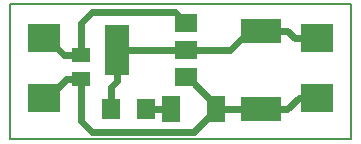
<source format=gbr>
%FSLAX34Y34*%
%MOMM*%
%LNCOPPER_TOP*%
G71*
G01*
%ADD10R, 1.900X1.500*%
%ADD11R, 2.100X4.200*%
%ADD12R, 3.500X2.000*%
%ADD13R, 1.500X1.200*%
%ADD14R, 2.800X2.400*%
%ADD15C, 0.600*%
%ADD16R, 1.500X1.800*%
%ADD17R, 1.600X2.200*%
%ADD18C, 0.200*%
%LPD*%
X149225Y104250D02*
G54D10*
D03*
X149325Y81250D02*
G54D10*
D03*
X149325Y58250D02*
G54D10*
D03*
X90625Y81150D02*
G54D11*
D03*
X212725Y97900D02*
G54D12*
D03*
X212725Y31225D02*
G54D12*
D03*
X60325Y56625D02*
G54D13*
D03*
X60325Y77225D02*
G54D13*
D03*
X28575Y91550D02*
G54D14*
D03*
X28575Y40750D02*
G54D14*
D03*
X260350Y91550D02*
G54D14*
D03*
X260350Y40750D02*
G54D14*
D03*
G54D15*
X60325Y77225D02*
X46075Y77225D01*
X38100Y85200D01*
G54D15*
X60325Y56625D02*
X47625Y56625D01*
X38100Y47100D01*
G54D15*
X260350Y91550D02*
X241300Y91550D01*
X234950Y97900D01*
X206375Y97900D01*
G54D15*
X260350Y40750D02*
X244475Y40750D01*
X234950Y31225D01*
X206375Y31225D01*
X85725Y31225D02*
G54D16*
D03*
X115093Y31225D02*
G54D16*
D03*
X174625Y31225D02*
G54D17*
D03*
X136525Y31225D02*
G54D17*
D03*
G54D15*
X60325Y77225D02*
X60325Y104250D01*
X69850Y113775D01*
X139700Y113775D01*
X149225Y104250D01*
G54D15*
X90625Y81150D02*
X90625Y55175D01*
X85725Y50275D01*
X85725Y31225D01*
G54D15*
X90625Y81150D02*
X149225Y81150D01*
X149325Y81250D01*
X186550Y81250D01*
X200025Y94725D01*
G54D15*
X174625Y31225D02*
X174625Y34400D01*
X155575Y53450D01*
G54D15*
X174625Y31225D02*
X212725Y31225D01*
G54D15*
X60325Y56625D02*
X60325Y21700D01*
X69850Y12175D01*
X155575Y12175D01*
X174625Y31225D01*
G54D15*
X115093Y31225D02*
X136525Y31225D01*
G54D18*
X0Y120125D02*
X0Y5825D01*
X288925Y5825D01*
X288925Y120125D01*
X0Y120125D01*
M02*

</source>
